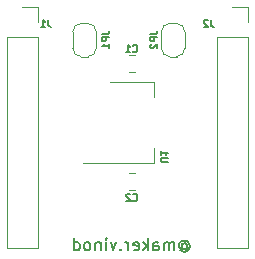
<source format=gbr>
G04 #@! TF.GenerationSoftware,KiCad,Pcbnew,(5.1.9)-1*
G04 #@! TF.CreationDate,2021-04-25T10:49:25+05:30*
G04 #@! TF.ProjectId,LOGIC LEVEL SHIFTER,4c4f4749-4320-44c4-9556-454c20534849,rev?*
G04 #@! TF.SameCoordinates,Original*
G04 #@! TF.FileFunction,Legend,Bot*
G04 #@! TF.FilePolarity,Positive*
%FSLAX46Y46*%
G04 Gerber Fmt 4.6, Leading zero omitted, Abs format (unit mm)*
G04 Created by KiCad (PCBNEW (5.1.9)-1) date 2021-04-25 10:49:25*
%MOMM*%
%LPD*%
G01*
G04 APERTURE LIST*
%ADD10C,0.150000*%
%ADD11C,0.120000*%
G04 APERTURE END LIST*
D10*
X13761904Y-18976190D02*
X13809523Y-18928571D01*
X13904761Y-18880952D01*
X14000000Y-18880952D01*
X14095238Y-18928571D01*
X14142857Y-18976190D01*
X14190476Y-19071428D01*
X14190476Y-19166666D01*
X14142857Y-19261904D01*
X14095238Y-19309523D01*
X14000000Y-19357142D01*
X13904761Y-19357142D01*
X13809523Y-19309523D01*
X13761904Y-19261904D01*
X13761904Y-18880952D02*
X13761904Y-19261904D01*
X13714285Y-19309523D01*
X13666666Y-19309523D01*
X13571428Y-19261904D01*
X13523809Y-19166666D01*
X13523809Y-18928571D01*
X13619047Y-18785714D01*
X13761904Y-18690476D01*
X13952380Y-18642857D01*
X14142857Y-18690476D01*
X14285714Y-18785714D01*
X14380952Y-18928571D01*
X14428571Y-19119047D01*
X14380952Y-19309523D01*
X14285714Y-19452380D01*
X14142857Y-19547619D01*
X13952380Y-19595238D01*
X13761904Y-19547619D01*
X13619047Y-19452380D01*
X13095238Y-19452380D02*
X13095238Y-18785714D01*
X13095238Y-18880952D02*
X13047619Y-18833333D01*
X12952380Y-18785714D01*
X12809523Y-18785714D01*
X12714285Y-18833333D01*
X12666666Y-18928571D01*
X12666666Y-19452380D01*
X12666666Y-18928571D02*
X12619047Y-18833333D01*
X12523809Y-18785714D01*
X12380952Y-18785714D01*
X12285714Y-18833333D01*
X12238095Y-18928571D01*
X12238095Y-19452380D01*
X11333333Y-19452380D02*
X11333333Y-18928571D01*
X11380952Y-18833333D01*
X11476190Y-18785714D01*
X11666666Y-18785714D01*
X11761904Y-18833333D01*
X11333333Y-19404761D02*
X11428571Y-19452380D01*
X11666666Y-19452380D01*
X11761904Y-19404761D01*
X11809523Y-19309523D01*
X11809523Y-19214285D01*
X11761904Y-19119047D01*
X11666666Y-19071428D01*
X11428571Y-19071428D01*
X11333333Y-19023809D01*
X10857142Y-19452380D02*
X10857142Y-18452380D01*
X10761904Y-19071428D02*
X10476190Y-19452380D01*
X10476190Y-18785714D02*
X10857142Y-19166666D01*
X9666666Y-19404761D02*
X9761904Y-19452380D01*
X9952380Y-19452380D01*
X10047619Y-19404761D01*
X10095238Y-19309523D01*
X10095238Y-18928571D01*
X10047619Y-18833333D01*
X9952380Y-18785714D01*
X9761904Y-18785714D01*
X9666666Y-18833333D01*
X9619047Y-18928571D01*
X9619047Y-19023809D01*
X10095238Y-19119047D01*
X9190476Y-19452380D02*
X9190476Y-18785714D01*
X9190476Y-18976190D02*
X9142857Y-18880952D01*
X9095238Y-18833333D01*
X9000000Y-18785714D01*
X8904761Y-18785714D01*
X8571428Y-19357142D02*
X8523809Y-19404761D01*
X8571428Y-19452380D01*
X8619047Y-19404761D01*
X8571428Y-19357142D01*
X8571428Y-19452380D01*
X8190476Y-18785714D02*
X7952380Y-19452380D01*
X7714285Y-18785714D01*
X7333333Y-19452380D02*
X7333333Y-18785714D01*
X7333333Y-18452380D02*
X7380952Y-18500000D01*
X7333333Y-18547619D01*
X7285714Y-18500000D01*
X7333333Y-18452380D01*
X7333333Y-18547619D01*
X6857142Y-18785714D02*
X6857142Y-19452380D01*
X6857142Y-18880952D02*
X6809523Y-18833333D01*
X6714285Y-18785714D01*
X6571428Y-18785714D01*
X6476190Y-18833333D01*
X6428571Y-18928571D01*
X6428571Y-19452380D01*
X5809523Y-19452380D02*
X5904761Y-19404761D01*
X5952380Y-19357142D01*
X6000000Y-19261904D01*
X6000000Y-18976190D01*
X5952380Y-18880952D01*
X5904761Y-18833333D01*
X5809523Y-18785714D01*
X5666666Y-18785714D01*
X5571428Y-18833333D01*
X5523809Y-18880952D01*
X5476190Y-18976190D01*
X5476190Y-19261904D01*
X5523809Y-19357142D01*
X5571428Y-19404761D01*
X5666666Y-19452380D01*
X5809523Y-19452380D01*
X4619047Y-19452380D02*
X4619047Y-18452380D01*
X4619047Y-19404761D02*
X4714285Y-19452380D01*
X4904761Y-19452380D01*
X5000000Y-19404761D01*
X5047619Y-19357142D01*
X5095238Y-19261904D01*
X5095238Y-18976190D01*
X5047619Y-18880952D01*
X5000000Y-18833333D01*
X4904761Y-18785714D01*
X4714285Y-18785714D01*
X4619047Y-18833333D01*
D11*
X11410000Y-5240000D02*
X11410000Y-6500000D01*
X11410000Y-12060000D02*
X11410000Y-10800000D01*
X7650000Y-5240000D02*
X11410000Y-5240000D01*
X5400000Y-12060000D02*
X11410000Y-12060000D01*
X12700000Y-3050000D02*
X13300000Y-3050000D01*
X12000000Y-950000D02*
X12000000Y-2350000D01*
X13300000Y-250000D02*
X12700000Y-250000D01*
X14000000Y-2350000D02*
X14000000Y-950000D01*
X13300000Y-3050000D02*
G75*
G03*
X14000000Y-2350000I0J700000D01*
G01*
X12000000Y-2350000D02*
G75*
G03*
X12700000Y-3050000I700000J0D01*
G01*
X12700000Y-250000D02*
G75*
G03*
X12000000Y-950000I0J-700000D01*
G01*
X14000000Y-950000D02*
G75*
G03*
X13300000Y-250000I-700000J0D01*
G01*
X5200000Y-3050000D02*
X5800000Y-3050000D01*
X4500000Y-950000D02*
X4500000Y-2350000D01*
X5800000Y-250000D02*
X5200000Y-250000D01*
X6500000Y-2350000D02*
X6500000Y-950000D01*
X5800000Y-3050000D02*
G75*
G03*
X6500000Y-2350000I0J700000D01*
G01*
X4500000Y-2350000D02*
G75*
G03*
X5200000Y-3050000I700000J0D01*
G01*
X5200000Y-250000D02*
G75*
G03*
X4500000Y-950000I0J-700000D01*
G01*
X6500000Y-950000D02*
G75*
G03*
X5800000Y-250000I-700000J0D01*
G01*
X19360000Y1180000D02*
X18030000Y1180000D01*
X19360000Y-150000D02*
X19360000Y1180000D01*
X19360000Y-1420000D02*
X16700000Y-1420000D01*
X16700000Y-1420000D02*
X16700000Y-19260000D01*
X19360000Y-1420000D02*
X19360000Y-19260000D01*
X19360000Y-19260000D02*
X16700000Y-19260000D01*
X1580000Y-19260000D02*
X-1080000Y-19260000D01*
X1580000Y-1420000D02*
X1580000Y-19260000D01*
X-1080000Y-1420000D02*
X-1080000Y-19260000D01*
X1580000Y-1420000D02*
X-1080000Y-1420000D01*
X1580000Y-150000D02*
X1580000Y1180000D01*
X1580000Y1180000D02*
X250000Y1180000D01*
X9758578Y-12940000D02*
X9241422Y-12940000D01*
X9758578Y-14360000D02*
X9241422Y-14360000D01*
X9758578Y-2940000D02*
X9241422Y-2940000D01*
X9758578Y-4360000D02*
X9241422Y-4360000D01*
D10*
X12578571Y-11957142D02*
X12092857Y-11957142D01*
X12035714Y-11928571D01*
X12007142Y-11900000D01*
X11978571Y-11842857D01*
X11978571Y-11728571D01*
X12007142Y-11671428D01*
X12035714Y-11642857D01*
X12092857Y-11614285D01*
X12578571Y-11614285D01*
X11978571Y-11014285D02*
X11978571Y-11357142D01*
X11978571Y-11185714D02*
X12578571Y-11185714D01*
X12492857Y-11242857D01*
X12435714Y-11300000D01*
X12407142Y-11357142D01*
X11071428Y-1150000D02*
X11500000Y-1150000D01*
X11585714Y-1121428D01*
X11642857Y-1064285D01*
X11671428Y-978571D01*
X11671428Y-921428D01*
X11671428Y-1435714D02*
X11071428Y-1435714D01*
X11071428Y-1664285D01*
X11100000Y-1721428D01*
X11128571Y-1750000D01*
X11185714Y-1778571D01*
X11271428Y-1778571D01*
X11328571Y-1750000D01*
X11357142Y-1721428D01*
X11385714Y-1664285D01*
X11385714Y-1435714D01*
X11128571Y-2007142D02*
X11100000Y-2035714D01*
X11071428Y-2092857D01*
X11071428Y-2235714D01*
X11100000Y-2292857D01*
X11128571Y-2321428D01*
X11185714Y-2350000D01*
X11242857Y-2350000D01*
X11328571Y-2321428D01*
X11671428Y-1978571D01*
X11671428Y-2350000D01*
X6971428Y-1150000D02*
X7400000Y-1150000D01*
X7485714Y-1121428D01*
X7542857Y-1064285D01*
X7571428Y-978571D01*
X7571428Y-921428D01*
X7571428Y-1435714D02*
X6971428Y-1435714D01*
X6971428Y-1664285D01*
X7000000Y-1721428D01*
X7028571Y-1750000D01*
X7085714Y-1778571D01*
X7171428Y-1778571D01*
X7228571Y-1750000D01*
X7257142Y-1721428D01*
X7285714Y-1664285D01*
X7285714Y-1435714D01*
X7571428Y-2350000D02*
X7571428Y-2007142D01*
X7571428Y-2178571D02*
X6971428Y-2178571D01*
X7057142Y-2121428D01*
X7114285Y-2064285D01*
X7142857Y-2007142D01*
X16200000Y78571D02*
X16200000Y-350000D01*
X16228571Y-435714D01*
X16285714Y-492857D01*
X16371428Y-521428D01*
X16428571Y-521428D01*
X15942857Y21428D02*
X15914285Y50000D01*
X15857142Y78571D01*
X15714285Y78571D01*
X15657142Y50000D01*
X15628571Y21428D01*
X15600000Y-35714D01*
X15600000Y-92857D01*
X15628571Y-178571D01*
X15971428Y-521428D01*
X15600000Y-521428D01*
X2450000Y78571D02*
X2450000Y-350000D01*
X2478571Y-435714D01*
X2535714Y-492857D01*
X2621428Y-521428D01*
X2678571Y-521428D01*
X1850000Y-521428D02*
X2192857Y-521428D01*
X2021428Y-521428D02*
X2021428Y78571D01*
X2078571Y-7142D01*
X2135714Y-64285D01*
X2192857Y-92857D01*
X9600000Y-15214285D02*
X9628571Y-15242857D01*
X9714285Y-15271428D01*
X9771428Y-15271428D01*
X9857142Y-15242857D01*
X9914285Y-15185714D01*
X9942857Y-15128571D01*
X9971428Y-15014285D01*
X9971428Y-14928571D01*
X9942857Y-14814285D01*
X9914285Y-14757142D01*
X9857142Y-14700000D01*
X9771428Y-14671428D01*
X9714285Y-14671428D01*
X9628571Y-14700000D01*
X9600000Y-14728571D01*
X9371428Y-14728571D02*
X9342857Y-14700000D01*
X9285714Y-14671428D01*
X9142857Y-14671428D01*
X9085714Y-14700000D01*
X9057142Y-14728571D01*
X9028571Y-14785714D01*
X9028571Y-14842857D01*
X9057142Y-14928571D01*
X9400000Y-15271428D01*
X9028571Y-15271428D01*
X9600000Y-2614285D02*
X9628571Y-2642857D01*
X9714285Y-2671428D01*
X9771428Y-2671428D01*
X9857142Y-2642857D01*
X9914285Y-2585714D01*
X9942857Y-2528571D01*
X9971428Y-2414285D01*
X9971428Y-2328571D01*
X9942857Y-2214285D01*
X9914285Y-2157142D01*
X9857142Y-2100000D01*
X9771428Y-2071428D01*
X9714285Y-2071428D01*
X9628571Y-2100000D01*
X9600000Y-2128571D01*
X9028571Y-2671428D02*
X9371428Y-2671428D01*
X9200000Y-2671428D02*
X9200000Y-2071428D01*
X9257142Y-2157142D01*
X9314285Y-2214285D01*
X9371428Y-2242857D01*
M02*

</source>
